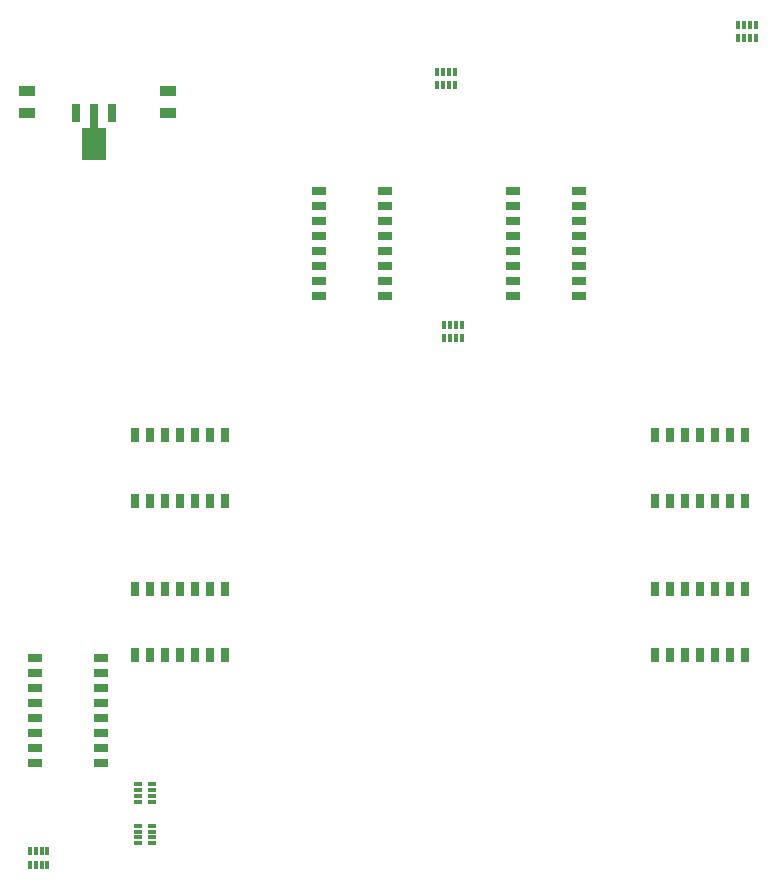
<source format=gtp>
G04 (created by PCBNEW (2013-07-07 BZR 4022)-stable) date 9/18/2013 12:44:27*
%MOIN*%
G04 Gerber Fmt 3.4, Leading zero omitted, Abs format*
%FSLAX34Y34*%
G01*
G70*
G90*
G04 APERTURE LIST*
%ADD10C,0.00590551*%
%ADD11R,0.05X0.025*%
%ADD12R,0.025X0.05*%
%ADD13R,0.0256X0.0118*%
%ADD14R,0.0118X0.0256*%
%ADD15R,0.055X0.035*%
%ADD16R,0.0276X0.063*%
%ADD17R,0.0276X0.0827*%
%ADD18R,0.0787X0.1083*%
G04 APERTURE END LIST*
G54D10*
G54D11*
X24096Y-20100D03*
X24096Y-20600D03*
X24096Y-21100D03*
X24096Y-21600D03*
X24096Y-22100D03*
X24096Y-22600D03*
X24096Y-23100D03*
X24096Y-23600D03*
X26296Y-23600D03*
X26296Y-23100D03*
X26296Y-22600D03*
X26296Y-22100D03*
X26296Y-21600D03*
X26296Y-21100D03*
X26296Y-20600D03*
X26296Y-20100D03*
X30592Y-20100D03*
X30592Y-20600D03*
X30592Y-21100D03*
X30592Y-21600D03*
X30592Y-22100D03*
X30592Y-22600D03*
X30592Y-23100D03*
X30592Y-23600D03*
X32792Y-23600D03*
X32792Y-23100D03*
X32792Y-22600D03*
X32792Y-22100D03*
X32792Y-21600D03*
X32792Y-21100D03*
X32792Y-20600D03*
X32792Y-20100D03*
G54D12*
X35311Y-35548D03*
X35811Y-35548D03*
X36311Y-35548D03*
X36811Y-35548D03*
X37311Y-35548D03*
X37811Y-35548D03*
X38311Y-35548D03*
X38311Y-33348D03*
X37811Y-33348D03*
X37311Y-33348D03*
X36811Y-33348D03*
X36311Y-33348D03*
X35811Y-33348D03*
X35311Y-33348D03*
X17988Y-30430D03*
X18488Y-30430D03*
X18988Y-30430D03*
X19488Y-30430D03*
X19988Y-30430D03*
X20488Y-30430D03*
X20988Y-30430D03*
X20988Y-28230D03*
X20488Y-28230D03*
X19988Y-28230D03*
X19488Y-28230D03*
X18988Y-28230D03*
X18488Y-28230D03*
X17988Y-28230D03*
X20988Y-33348D03*
X20488Y-33348D03*
X19988Y-33348D03*
X19488Y-33348D03*
X18988Y-33348D03*
X18488Y-33348D03*
X17988Y-33348D03*
X17988Y-35548D03*
X18488Y-35548D03*
X18988Y-35548D03*
X19488Y-35548D03*
X19988Y-35548D03*
X20488Y-35548D03*
X20988Y-35548D03*
X35311Y-30430D03*
X35811Y-30430D03*
X36311Y-30430D03*
X36811Y-30430D03*
X37311Y-30430D03*
X37811Y-30430D03*
X38311Y-30430D03*
X38311Y-28230D03*
X37811Y-28230D03*
X37311Y-28230D03*
X36811Y-28230D03*
X36311Y-28230D03*
X35811Y-28230D03*
X35311Y-28230D03*
G54D13*
X18535Y-41830D03*
X18535Y-41633D03*
X18535Y-41436D03*
X18535Y-41239D03*
X18082Y-41239D03*
X18082Y-41436D03*
X18082Y-41633D03*
X18082Y-41830D03*
X18535Y-40452D03*
X18535Y-40255D03*
X18535Y-40058D03*
X18535Y-39861D03*
X18082Y-39861D03*
X18082Y-40058D03*
X18082Y-40255D03*
X18082Y-40452D03*
G54D14*
X38090Y-14991D03*
X38287Y-14991D03*
X38484Y-14991D03*
X38681Y-14991D03*
X38681Y-14538D03*
X38484Y-14538D03*
X38287Y-14538D03*
X38090Y-14538D03*
X28051Y-16566D03*
X28248Y-16566D03*
X28445Y-16566D03*
X28642Y-16566D03*
X28642Y-16113D03*
X28445Y-16113D03*
X28248Y-16113D03*
X28051Y-16113D03*
X14468Y-42550D03*
X14665Y-42550D03*
X14862Y-42550D03*
X15059Y-42550D03*
X15059Y-42097D03*
X14862Y-42097D03*
X14665Y-42097D03*
X14468Y-42097D03*
G54D11*
X14648Y-35651D03*
X14648Y-36151D03*
X14648Y-36651D03*
X14648Y-37151D03*
X14648Y-37651D03*
X14648Y-38151D03*
X14648Y-38651D03*
X14648Y-39151D03*
X16848Y-39151D03*
X16848Y-38651D03*
X16848Y-38151D03*
X16848Y-37651D03*
X16848Y-37151D03*
X16848Y-36651D03*
X16848Y-36151D03*
X16848Y-35651D03*
G54D15*
X14370Y-17500D03*
X14370Y-16750D03*
X19094Y-17500D03*
X19094Y-16750D03*
G54D14*
X28287Y-24991D03*
X28484Y-24991D03*
X28681Y-24991D03*
X28878Y-24991D03*
X28878Y-24538D03*
X28681Y-24538D03*
X28484Y-24538D03*
X28287Y-24538D03*
G54D16*
X17205Y-17480D03*
G54D17*
X16614Y-17578D03*
G54D16*
X16023Y-17480D03*
G54D18*
X16614Y-18523D03*
M02*

</source>
